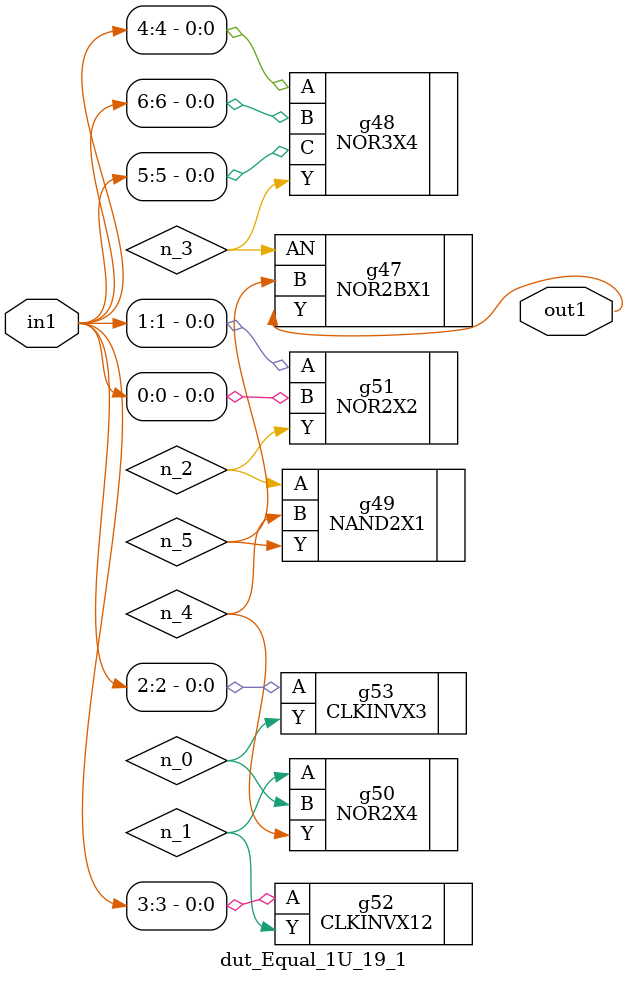
<source format=v>
`timescale 1ps / 1ps


module dut_Equal_1U_19_1(in1, out1);
  input [6:0] in1;
  output out1;
  wire [6:0] in1;
  wire out1;
  wire n_0, n_1, n_2, n_3, n_4, n_5;
  NOR2BX1 g47(.AN (n_3), .B (n_5), .Y (out1));
  NAND2X1 g49(.A (n_2), .B (n_4), .Y (n_5));
  NOR2X4 g50(.A (n_1), .B (n_0), .Y (n_4));
  NOR3X4 g48(.A (in1[4]), .B (in1[6]), .C (in1[5]), .Y (n_3));
  NOR2X2 g51(.A (in1[1]), .B (in1[0]), .Y (n_2));
  CLKINVX12 g52(.A (in1[3]), .Y (n_1));
  CLKINVX3 g53(.A (in1[2]), .Y (n_0));
endmodule



</source>
